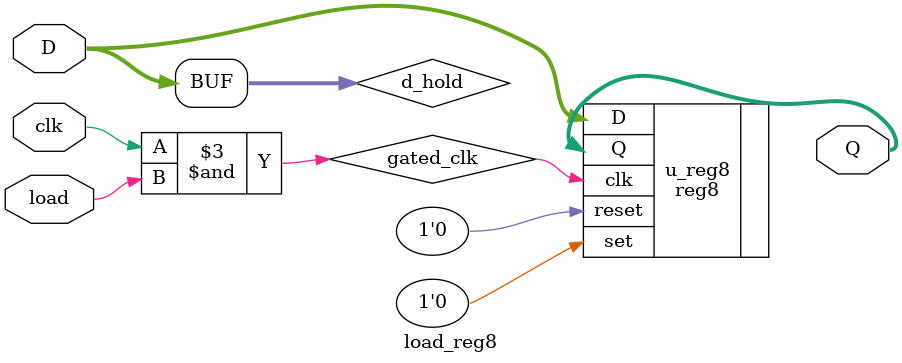
<source format=v>
module load_reg8 (
    input  wire       clk,
    input  wire       load,
    input  wire [7:0] D,
    output wire [7:0] Q
);
    reg [7:0] d_hold = 8'h00;
    always @(*) begin
        d_hold = D; // combinational pass-through
    end

    reg gated_clk;
    always @(*) gated_clk = clk & load;

    reg8 u_reg8 (
        .D    (d_hold),
        .clk  (gated_clk),
        .set  (1'b0),
        .reset(1'b0),
        .Q    (Q)
    );
endmodule
</source>
